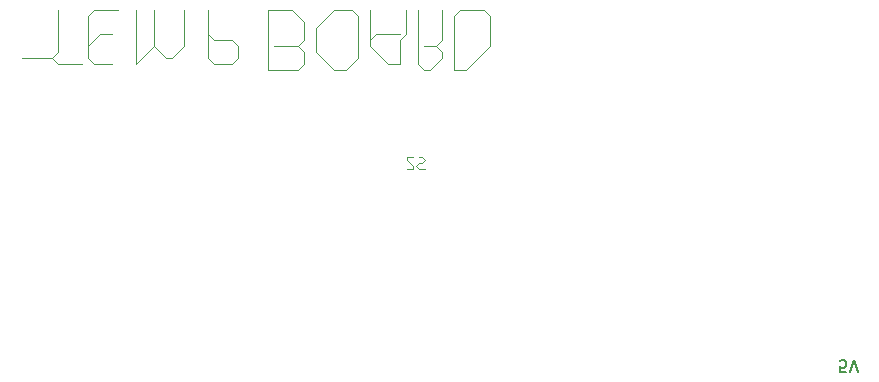
<source format=gbr>
G04 #@! TF.GenerationSoftware,KiCad,Pcbnew,5.1.2-f72e74a~84~ubuntu18.04.1*
G04 #@! TF.CreationDate,2019-06-07T13:39:42-04:00*
G04 #@! TF.ProjectId,temperature board,74656d70-6572-4617-9475-726520626f61,v01*
G04 #@! TF.SameCoordinates,Original*
G04 #@! TF.FileFunction,Legend,Bot*
G04 #@! TF.FilePolarity,Positive*
%FSLAX46Y46*%
G04 Gerber Fmt 4.6, Leading zero omitted, Abs format (unit mm)*
G04 Created by KiCad (PCBNEW 5.1.2-f72e74a~84~ubuntu18.04.1) date 2019-06-07 13:39:42*
%MOMM*%
%LPD*%
G04 APERTURE LIST*
%ADD10C,0.150000*%
%ADD11C,0.120000*%
G04 APERTURE END LIST*
D10*
X192595523Y-107989619D02*
X192119333Y-107989619D01*
X192071714Y-107513428D01*
X192119333Y-107561047D01*
X192214571Y-107608666D01*
X192452666Y-107608666D01*
X192547904Y-107561047D01*
X192595523Y-107513428D01*
X192643142Y-107418190D01*
X192643142Y-107180095D01*
X192595523Y-107084857D01*
X192547904Y-107037238D01*
X192452666Y-106989619D01*
X192214571Y-106989619D01*
X192119333Y-107037238D01*
X192071714Y-107084857D01*
X192928857Y-107989619D02*
X193262190Y-106989619D01*
X193595523Y-107989619D01*
D11*
X156972000Y-90805000D02*
X156718000Y-90805000D01*
X155956000Y-90805000D02*
X155448000Y-90805000D01*
X155956000Y-90551000D02*
X155956000Y-90805000D01*
X155448000Y-90043000D02*
X155956000Y-90551000D01*
X155448000Y-89789000D02*
X155448000Y-90043000D01*
X155956000Y-89789000D02*
X155448000Y-89789000D01*
X156464000Y-90805000D02*
X156718000Y-90805000D01*
X156210000Y-90551000D02*
X156464000Y-90805000D01*
X156464000Y-90297000D02*
X156210000Y-90551000D01*
X156718000Y-90297000D02*
X156464000Y-90297000D01*
X156972000Y-90043000D02*
X156718000Y-90297000D01*
X156718000Y-89789000D02*
X156972000Y-90043000D01*
X156464000Y-89789000D02*
X156718000Y-89789000D01*
X146685000Y-79883000D02*
X146177000Y-80391000D01*
X150241000Y-82423000D02*
X149225000Y-82423000D01*
X146685000Y-81915000D02*
X146685000Y-80899000D01*
X128397000Y-81407000D02*
X128397000Y-80391000D01*
X150749000Y-77343000D02*
X151257000Y-77851000D01*
X143637000Y-77343000D02*
X143637000Y-82423000D01*
X143637000Y-77343000D02*
X145669000Y-77343000D01*
X162433000Y-80391000D02*
X160401000Y-82423000D01*
X143637000Y-82423000D02*
X146177000Y-82423000D01*
X146177000Y-82423000D02*
X146685000Y-81915000D01*
X158369000Y-77343000D02*
X158369000Y-79883000D01*
X132461000Y-81915000D02*
X133985000Y-80391000D01*
X130429000Y-81915000D02*
X128905000Y-81915000D01*
X129413000Y-79375000D02*
X130429000Y-79375000D01*
X156845000Y-82423000D02*
X156337000Y-81915000D01*
X154813000Y-79883000D02*
X154813000Y-81915000D01*
X125857000Y-80899000D02*
X125857000Y-77343000D01*
X153797000Y-81915000D02*
X152273000Y-80391000D01*
X157861000Y-80391000D02*
X158369000Y-80899000D01*
X152781000Y-79375000D02*
X154813000Y-79375000D01*
X139065000Y-79883000D02*
X138557000Y-79375000D01*
X141097000Y-81407000D02*
X141097000Y-80391000D01*
X155321000Y-77343000D02*
X155321000Y-79375000D01*
X146685000Y-78359000D02*
X146685000Y-79883000D01*
X159385000Y-77851000D02*
X159893000Y-77343000D01*
X160401000Y-82423000D02*
X159385000Y-82423000D01*
X149225000Y-77343000D02*
X150749000Y-77343000D01*
X157353000Y-82423000D02*
X156845000Y-82423000D01*
X159385000Y-82423000D02*
X159385000Y-77851000D01*
X147701000Y-80899000D02*
X147701000Y-78867000D01*
X136525000Y-80391000D02*
X136525000Y-77343000D01*
X159893000Y-77343000D02*
X160401000Y-77343000D01*
X128397000Y-78359000D02*
X128397000Y-80391000D01*
X146177000Y-80391000D02*
X144145000Y-80391000D01*
X157861000Y-80391000D02*
X156845000Y-80391000D01*
X155321000Y-79375000D02*
X154813000Y-79883000D01*
X149225000Y-82423000D02*
X147701000Y-80899000D01*
X140589000Y-81915000D02*
X141097000Y-81407000D01*
X160401000Y-77343000D02*
X161925000Y-77343000D01*
X146685000Y-80899000D02*
X146177000Y-80391000D01*
X125349000Y-81407000D02*
X125857000Y-81915000D01*
X128905000Y-81915000D02*
X128397000Y-81407000D01*
X145669000Y-77343000D02*
X146685000Y-78359000D01*
X128397000Y-78359000D02*
X128397000Y-77851000D01*
X151257000Y-77851000D02*
X151257000Y-81407000D01*
X132461000Y-77343000D02*
X132461000Y-81915000D01*
X128905000Y-77343000D02*
X130937000Y-77343000D01*
X138557000Y-77343000D02*
X138557000Y-81407000D01*
X161925000Y-77343000D02*
X162433000Y-77851000D01*
X140589000Y-79883000D02*
X139065000Y-79883000D01*
X158369000Y-81407000D02*
X157353000Y-82423000D01*
X156337000Y-81915000D02*
X156337000Y-77343000D01*
X128397000Y-80391000D02*
X129413000Y-79375000D01*
X125857000Y-81915000D02*
X127889000Y-81915000D01*
X158369000Y-79883000D02*
X157861000Y-80391000D01*
X154813000Y-81915000D02*
X153797000Y-81915000D01*
X138557000Y-81407000D02*
X139065000Y-81915000D01*
X151257000Y-81407000D02*
X150241000Y-82423000D01*
X158369000Y-80899000D02*
X158369000Y-81407000D01*
X133985000Y-77343000D02*
X133985000Y-80391000D01*
X122809000Y-81407000D02*
X125349000Y-81407000D01*
X133985000Y-80391000D02*
X135001000Y-81407000D01*
X128397000Y-77851000D02*
X128905000Y-77343000D01*
X141097000Y-80391000D02*
X140589000Y-79883000D01*
X162433000Y-77851000D02*
X162433000Y-80391000D01*
X152273000Y-80391000D02*
X152273000Y-77343000D01*
X152273000Y-79883000D02*
X152781000Y-79375000D01*
X125349000Y-81407000D02*
X125857000Y-80899000D01*
X139065000Y-81915000D02*
X140589000Y-81915000D01*
X147701000Y-78867000D02*
X149225000Y-77343000D01*
X135001000Y-81407000D02*
X135509000Y-81407000D01*
X135509000Y-81407000D02*
X136525000Y-80391000D01*
M02*

</source>
